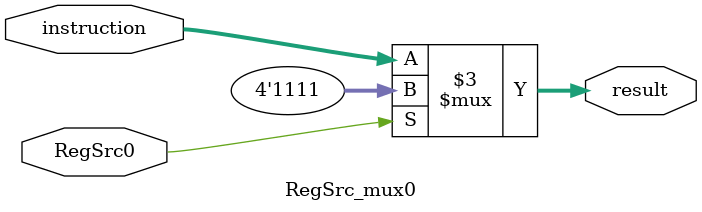
<source format=v>
`timescale 1ns / 1ps

module RegSrc_mux0 (
    input  wire [3:0] instruction,  
    input  wire       RegSrc0,      
    output reg  [3:0] result        
);

    always @(*) begin
        if (RegSrc0)
            result = 4'b1111;      
        else
            result = instruction;  
    end

endmodule
</source>
